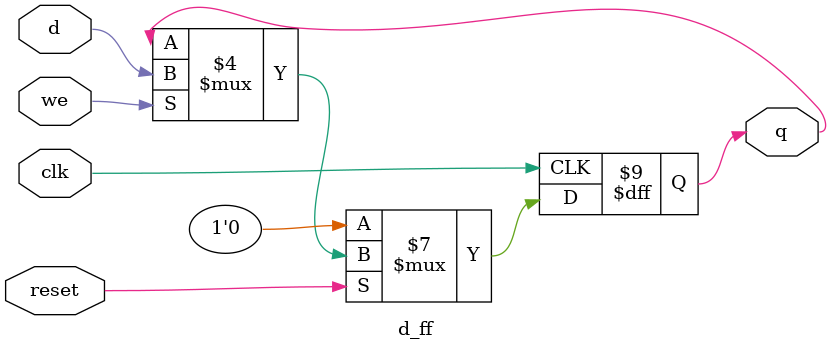
<source format=v>
 module d_ff(
            input d,
            input clk,
            input reset,
            input we,
            output q
    );

// q <= q may increase area and power consumption
    always @(posedge clk) begin
            if (~reset) begin
                    q <= 1'b0;
            end
            else if (we) begin
                    q <= d;
            end
            else begin
                    q <= q;
            end
    end

// whenn 3 muxes plus extra routing needed

//always @(posedge CLK or negedge RESET)
//  if(~RESET)
//    COUNT <= 0;
//  else if(INC)
//    COUNT <= COUNT + 1;
//  else
//    COUNT <= COUNT;


// using a single clock gate for akk DFFs
//always @(posedge CLK or negedge RESET)
//  if(~RESET)
//    COUNT <= 0;
//  else if(INC)
//    COUNT <= COUNT + 1;


    endmodule

</source>
